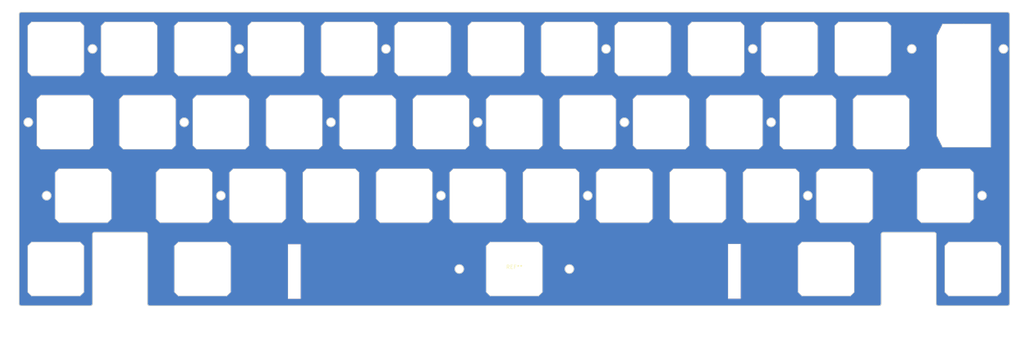
<source format=kicad_pcb>
(kicad_pcb (version 20221018) (generator pcbnew)
  (layers (0 "F.Cu" signal) (31 "B.Cu" signal) (34 "B.Paste" user) (35 "F.Paste" user) (36 "B.SilkS" user "B.Silkscreen") (37 "F.SilkS" user "F.Silkscreen") (38 "B.Mask" user) (39 "F.Mask" user) (44 "Edge.Cuts" user))
  (net 0 "")
  (net 1 "GND")
  (footprint "cipulot_parts:ecs_plate_cut_1U" (layer "F.Cu") (at 26.9875 91.28125)
    (fp_text reference "REF**")
    (fp_text value "Value " hide)
    (fp_line (start -7.3 -6) (end -7.3 6) (stroke (width 0.12)) (layer "Edge.Cuts"))
    (fp_line (start -7.3 6) (end -6.3 7) (stroke (width 0.12)) (layer "Edge.Cuts"))
    (fp_line (start -6.3 -7) (end -7.3 -6) (stroke (width 0.12)) (layer "Edge.Cuts"))
    (fp_line (start -6.3 7) (end 6.3 7) (stroke (width 0.12)) (layer "Edge.Cuts"))
    (fp_line (start 6.3 -7) (end -6.3 -7) (stroke (width 0.12)) (layer "Edge.Cuts"))
    (fp_line (start 6.3 -7) (end 7.3 -6) (stroke (width 0.12)) (layer "Edge.Cuts"))
    (fp_line (start 6.3 7) (end 7.3 6) (stroke (width 0.12)) (layer "Edge.Cuts"))
    (fp_line (start 7.3 6) (end 7.3 -6) (stroke (width 0.12)) (layer "Edge.Cuts"))
  )
  (footprint "cipulot_parts:ecs_plate_cut_1U" (layer "F.Cu") (at 136.525 72.23125)
    (fp_text reference "REF**")
    (fp_text value "Value " hide)
    (fp_line (start -7.3 -6) (end -7.3 6) (stroke (width 0.12)) (layer "Edge.Cuts"))
    (fp_line (start -7.3 6) (end -6.3 7) (stroke (width 0.12)) (layer "Edge.Cuts"))
    (fp_line (start -6.3 -7) (end -7.3 -6) (stroke (width 0.12)) (layer "Edge.Cuts"))
    (fp_line (start -6.3 7) (end 6.3 7) (stroke (width 0.12)) (layer "Edge.Cuts"))
    (fp_line (start 6.3 -7) (end -6.3 -7) (stroke (width 0.12)) (layer "Edge.Cuts"))
    (fp_line (start 6.3 -7) (end 7.3 -6) (stroke (width 0.12)) (layer "Edge.Cuts"))
    (fp_line (start 6.3 7) (end 7.3 6) (stroke (width 0.12)) (layer "Edge.Cuts"))
    (fp_line (start 7.3 6) (end 7.3 -6) (stroke (width 0.12)) (layer "Edge.Cuts"))
  )
  (footprint "cipulot_parts:ecs_plate_cut_1U" (layer "F.Cu") (at 146.05 53.18125)
    (fp_text reference "REF**")
    (fp_text value "Value " hide)
    (fp_line (start -7.3 -6) (end -7.3 6) (stroke (width 0.12)) (layer "Edge.Cuts"))
    (fp_line (start -7.3 6) (end -6.3 7) (stroke (width 0.12)) (layer "Edge.Cuts"))
    (fp_line (start -6.3 -7) (end -7.3 -6) (stroke (width 0.12)) (layer "Edge.Cuts"))
    (fp_line (start -6.3 7) (end 6.3 7) (stroke (width 0.12)) (layer "Edge.Cuts"))
    (fp_line (start 6.3 -7) (end -6.3 -7) (stroke (width 0.12)) (layer "Edge.Cuts"))
    (fp_line (start 6.3 -7) (end 7.3 -6) (stroke (width 0.12)) (layer "Edge.Cuts"))
    (fp_line (start 6.3 7) (end 7.3 6) (stroke (width 0.12)) (layer "Edge.Cuts"))
    (fp_line (start 7.3 6) (end 7.3 -6) (stroke (width 0.12)) (layer "Edge.Cuts"))
  )
  (footprint "cipulot_parts:ecs_plate_cut_1U" (layer "F.Cu") (at 46.0375 34.13125)
    (fp_text reference "REF**")
    (fp_text value "Value " hide)
    (fp_line (start -7.3 -6) (end -7.3 6) (stroke (width 0.12)) (layer "Edge.Cuts"))
    (fp_line (start -7.3 6) (end -6.3 7) (stroke (width 0.12)) (layer "Edge.Cuts"))
    (fp_line (start -6.3 -7) (end -7.3 -6) (stroke (width 0.12)) (layer "Edge.Cuts"))
    (fp_line (start -6.3 7) (end 6.3 7) (stroke (width 0.12)) (layer "Edge.Cuts"))
    (fp_line (start 6.3 -7) (end -6.3 -7) (stroke (width 0.12)) (layer "Edge.Cuts"))
    (fp_line (start 6.3 -7) (end 7.3 -6) (stroke (width 0.12)) (layer "Edge.Cuts"))
    (fp_line (start 6.3 7) (end 7.3 6) (stroke (width 0.12)) (layer "Edge.Cuts"))
    (fp_line (start 7.3 6) (end 7.3 -6) (stroke (width 0.12)) (layer "Edge.Cuts"))
  )
  (footprint "cipulot_parts:ecs_plate_cut_1U" (layer "F.Cu") (at 146.05 91.28125)
    (fp_text reference "REF**")
    (fp_text value "Value " hide)
    (fp_line (start -7.3 -6) (end -7.3 6) (stroke (width 0.12)) (layer "Edge.Cuts"))
    (fp_line (start -7.3 6) (end -6.3 7) (stroke (width 0.12)) (layer "Edge.Cuts"))
    (fp_line (start -6.3 -7) (end -7.3 -6) (stroke (width 0.12)) (layer "Edge.Cuts"))
    (fp_line (start -6.3 7) (end 6.3 7) (stroke (width 0.12)) (layer "Edge.Cuts"))
    (fp_line (start 6.3 -7) (end -6.3 -7) (stroke (width 0.12)) (layer "Edge.Cuts"))
    (fp_line (start 6.3 -7) (end 7.3 -6) (stroke (width 0.12)) (layer "Edge.Cuts"))
    (fp_line (start 6.3 7) (end 7.3 6) (stroke (width 0.12)) (layer "Edge.Cuts"))
    (fp_line (start 7.3 6) (end 7.3 -6) (stroke (width 0.12)) (layer "Edge.Cuts"))
  )
  (footprint "cipulot_parts:ecs_plate_cut_1U" (layer "F.Cu") (at 79.375 72.23125)
    (fp_text reference "REF**")
    (fp_text value "Value " hide)
    (fp_line (start -7.3 -6) (end -7.3 6) (stroke (width 0.12)) (layer "Edge.Cuts"))
    (fp_line (start -7.3 6) (end -6.3 7) (stroke (width 0.12)) (layer "Edge.Cuts"))
    (fp_line (start -6.3 -7) (end -7.3 -6) (stroke (width 0.12)) (layer "Edge.Cuts"))
    (fp_line (start -6.3 7) (end 6.3 7) (stroke (width 0.12)) (layer "Edge.Cuts"))
    (fp_line (start 6.3 -7) (end -6.3 -7) (stroke (width 0.12)) (layer "Edge.Cuts"))
    (fp_line (start 6.3 -7) (end 7.3 -6) (stroke (width 0.12)) (layer "Edge.Cuts"))
    (fp_line (start 6.3 7) (end 7.3 6) (stroke (width 0.12)) (layer "Edge.Cuts"))
    (fp_line (start 7.3 6) (end 7.3 -6) (stroke (width 0.12)) (layer "Edge.Cuts"))
  )
  (footprint "cipulot_parts:ecs_plate_cut_1U" (layer "F.Cu") (at 88.9 53.18125)
    (fp_text reference "REF**")
    (fp_text value "Value " hide)
    (fp_line (start -7.3 -6) (end -7.3 6) (stroke (width 0.12)) (layer "Edge.Cuts"))
    (fp_line (start -7.3 6) (end -6.3 7) (stroke (width 0.12)) (layer "Edge.Cuts"))
    (fp_line (start -6.3 -7) (end -7.3 -6) (stroke (width 0.12)) (layer "Edge.Cuts"))
    (fp_line (start -6.3 7) (end 6.3 7) (stroke (width 0.12)) (layer "Edge.Cuts"))
    (fp_line (start 6.3 -7) (end -6.3 -7) (stroke (width 0.12)) (layer "Edge.Cuts"))
    (fp_line (start 6.3 -7) (end 7.3 -6) (stroke (width 0.12)) (layer "Edge.Cuts"))
    (fp_line (start 6.3 7) (end 7.3 6) (stroke (width 0.12)) (layer "Edge.Cuts"))
    (fp_line (start 7.3 6) (end 7.3 -6) (stroke (width 0.12)) (layer "Edge.Cuts"))
  )
  (footprint "cipulot_parts:ecs_plate_cut_1U" (layer "F.Cu") (at 127 53.18125)
    (fp_text reference "REF**")
    (fp_text value "Value " hide)
    (fp_line (start -7.3 -6) (end -7.3 6) (stroke (width 0.12)) (layer "Edge.Cuts"))
    (fp_line (start -7.3 6) (end -6.3 7) (stroke (width 0.12)) (layer "Edge.Cuts"))
    (fp_line (start -6.3 -7) (end -7.3 -6) (stroke (width 0.12)) (layer "Edge.Cuts"))
    (fp_line (start -6.3 7) (end 6.3 7) (stroke (width 0.12)) (layer "Edge.Cuts"))
    (fp_line (start 6.3 -7) (end -6.3 -7) (stroke (width 0.12)) (layer "Edge.Cuts"))
    (fp_line (start 6.3 -7) (end 7.3 -6) (stroke (width 0.12)) (layer "Edge.Cuts"))
    (fp_line (start 6.3 7) (end 7.3 6) (stroke (width 0.12)) (layer "Edge.Cuts"))
    (fp_line (start 7.3 6) (end 7.3 -6) (stroke (width 0.12)) (layer "Edge.Cuts"))
  )
  (footprint "cipulot_parts:ecs_plate_cut_1U" (layer "F.Cu") (at 198.4375 34.13125)
    (fp_text reference "REF**")
    (fp_text value "Value " hide)
    (fp_line (start -7.3 -6) (end -7.3 6) (stroke (width 0.12)) (layer "Edge.Cuts"))
    (fp_line (start -7.3 6) (end -6.3 7) (stroke (width 0.12)) (layer "Edge.Cuts"))
    (fp_line (start -6.3 -7) (end -7.3 -6) (stroke (width 0.12)) (layer "Edge.Cuts"))
    (fp_line (start -6.3 7) (end 6.3 7) (stroke (width 0.12)) (layer "Edge.Cuts"))
    (fp_line (start 6.3 -7) (end -6.3 -7) (stroke (width 0.12)) (layer "Edge.Cuts"))
    (fp_line (start 6.3 -7) (end 7.3 -6) (stroke (width 0.12)) (layer "Edge.Cuts"))
    (fp_line (start 6.3 7) (end 7.3 6) (stroke (width 0.12)) (layer "Edge.Cuts"))
    (fp_line (start 7.3 6) (end 7.3 -6) (stroke (width 0.12)) (layer "Edge.Cuts"))
  )
  (footprint "cipulot_parts:ecs_plate_cut_1U" (layer "F.Cu") (at 203.2 53.18125)
    (fp_text reference "REF**")
    (fp_text value "Value " hide)
    (fp_line (start -7.3 -6) (end -7.3 6) (stroke (width 0.12)) (layer "Edge.Cuts"))
    (fp_line (start -7.3 6) (end -6.3 7) (stroke (width 0.12)) (layer "Edge.Cuts"))
    (fp_line (start -6.3 -7) (end -7.3 -6) (stroke (width 0.12)) (layer "Edge.Cuts"))
    (fp_line (start -6.3 7) (end 6.3 7) (stroke (width 0.12)) (layer "Edge.Cuts"))
    (fp_line (start 6.3 -7) (end -6.3 -7) (stroke (width 0.12)) (layer "Edge.Cuts"))
    (fp_line (start 6.3 -7) (end 7.3 -6) (stroke (width 0.12)) (layer "Edge.Cuts"))
    (fp_line (start 6.3 7) (end 7.3 6) (stroke (width 0.12)) (layer "Edge.Cuts"))
    (fp_line (start 7.3 6) (end 7.3 -6) (stroke (width 0.12)) (layer "Edge.Cuts"))
  )
  (footprint "cipulot_parts:ecs_plate_cut_1U" (layer "F.Cu") (at 165.1 53.18125)
    (fp_text reference "REF**")
    (fp_text value "Value " hide)
    (fp_line (start -7.3 -6) (end -7.3 6) (stroke (width 0.12)) (layer "Edge.Cuts"))
    (fp_line (start -7.3 6) (end -6.3 7) (stroke (width 0.12)) (layer "Edge.Cuts"))
    (fp_line (start -6.3 -7) (end -7.3 -6) (stroke (width 0.12)) (layer "Edge.Cuts"))
    (fp_line (start -6.3 7) (end 6.3 7) (stroke (width 0.12)) (layer "Edge.Cuts"))
    (fp_line (start 6.3 -7) (end -6.3 -7) (stroke (width 0.12)) (layer "Edge.Cuts"))
    (fp_line (start 6.3 -7) (end 7.3 -6) (stroke (width 0.12)) (layer "Edge.Cuts"))
    (fp_line (start 6.3 7) (end 7.3 6) (stroke (width 0.12)) (layer "Edge.Cuts"))
    (fp_line (start 7.3 6) (end 7.3 -6) (stroke (width 0.12)) (layer "Edge.Cuts"))
  )
  (footprint "cipulot_parts:ecs_plate_cut_1U" (layer "F.Cu") (at 217.4875 34.13125)
    (fp_text reference "REF**")
    (fp_text value "Value " hide)
    (fp_line (start -7.3 -6) (end -7.3 6) (stroke (width 0.12)) (layer "Edge.Cuts"))
    (fp_line (start -7.3 6) (end -6.3 7) (stroke (width 0.12)) (layer "Edge.Cuts"))
    (fp_line (start -6.3 -7) (end -7.3 -6) (stroke (width 0.12)) (layer "Edge.Cuts"))
    (fp_line (start -6.3 7) (end 6.3 7) (stroke (width 0.12)) (layer "Edge.Cuts"))
    (fp_line (start 6.3 -7) (end -6.3 -7) (stroke (width 0.12)) (layer "Edge.Cuts"))
    (fp_line (start 6.3 -7) (end 7.3 -6) (stroke (width 0.12)) (layer "Edge.Cuts"))
    (fp_line (start 6.3 7) (end 7.3 6) (stroke (width 0.12)) (layer "Edge.Cuts"))
    (fp_line (start 7.3 6) (end 7.3 -6) (stroke (width 0.12)) (layer "Edge.Cuts"))
  )
  (footprint "cipulot_parts:ecs_plate_cut_1U" (layer "F.Cu") (at 117.475 72.23125)
    (fp_text reference "REF**")
    (fp_text value "Value " hide)
    (fp_line (start -7.3 -6) (end -7.3 6) (stroke (width 0.12)) (layer "Edge.Cuts"))
    (fp_line (start -7.3 6) (end -6.3 7) (stroke (width 0.12)) (layer "Edge.Cuts"))
    (fp_line (start -6.3 -7) (end -7.3 -6) (stroke (width 0.12)) (layer "Edge.Cuts"))
    (fp_line (start -6.3 7) (end 6.3 7) (stroke (width 0.12)) (layer "Edge.Cuts"))
    (fp_line (start 6.3 -7) (end -6.3 -7) (stroke (width 0.12)) (layer "Edge.Cuts"))
    (fp_line (start 6.3 -7) (end 7.3 -6) (stroke (width 0.12)) (layer "Edge.Cuts"))
    (fp_line (start 6.3 7) (end 7.3 6) (stroke (width 0.12)) (layer "Edge.Cuts"))
    (fp_line (start 7.3 6) (end 7.3 -6) (stroke (width 0.12)) (layer "Edge.Cuts"))
  )
  (footprint "cipulot_parts:ecs_plate_cut_1U" (layer "F.Cu") (at 84.137501 34.13125)
    (fp_text reference "REF**")
    (fp_text value "Value " hide)
    (fp_line (start -7.3 -6) (end -7.3 6) (stroke (width 0.12)) (layer "Edge.Cuts"))
    (fp_line (start -7.3 6) (end -6.3 7) (stroke (width 0.12)) (layer "Edge.Cuts"))
    (fp_line (start -6.3 -7) (end -7.3 -6) (stroke (width 0.12)) (layer "Edge.Cuts"))
    (fp_line (start -6.3 7) (end 6.3 7) (stroke (width 0.12)) (layer "Edge.Cuts"))
    (fp_line (start 6.3 -7) (end -6.3 -7) (stroke (width 0.12)) (layer "Edge.Cuts"))
    (fp_line (start 6.3 -7) (end 7.3 -6) (stroke (width 0.12)) (layer "Edge.Cuts"))
    (fp_line (start 6.3 7) (end 7.3 6) (stroke (width 0.12)) (layer "Edge.Cuts"))
    (fp_line (start 7.3 6) (end 7.3 -6) (stroke (width 0.12)) (layer "Edge.Cuts"))
  )
  (footprint "cipulot_parts:ecs_plate_cut_1U" (layer "F.Cu") (at 34.13125 72.23125)
    (fp_text reference "REF**")
    (fp_text value "Value " hide)
    (fp_line (start -7.3 -6) (end -7.3 6) (stroke (width 0.12)) (layer "Edge.Cuts"))
    (fp_line (start -7.3 6) (end -6.3 7) (stroke (width 0.12)) (layer "Edge.Cuts"))
    (fp_line (start -6.3 -7) (end -7.3 -6) (stroke (width 0.12)) (layer "Edge.Cuts"))
    (fp_line (start -6.3 7) (end 6.3 7) (stroke (width 0.12)) (layer "Edge.Cuts"))
    (fp_line (start 6.3 -7) (end -6.3 -7) (stroke (width 0.12)) (layer "Edge.Cuts"))
    (fp_line (start 6.3 -7) (end 7.3 -6) (stroke (width 0.12)) (layer "Edge.Cuts"))
    (fp_line (start 6.3 7) (end 7.3 6) (stroke (width 0.12)) (layer "Edge.Cuts"))
    (fp_line (start 7.3 6) (end 7.3 -6) (stroke (width 0.12)) (layer "Edge.Cuts"))
  )
  (footprint "cipulot_parts:ecs_plate_cut_1U" (layer "F.Cu") (at 155.575 72.23125)
    (fp_text reference "REF**")
    (fp_text value "Value " hide)
    (fp_line (start -7.3 -6) (end -7.3 6) (stroke (width 0.12)) (layer "Edge.Cuts"))
    (fp_line (start -7.3 6) (end -6.3 7) (stroke (width 0.12)) (layer "Edge.Cuts"))
    (fp_line (start -6.3 -7) (end -7.3 -6) (stroke (width 0.12)) (layer "Edge.Cuts"))
    (fp_line (start -6.3 7) (end 6.3 7) (stroke (width 0.12)) (layer "Edge.Cuts"))
    (fp_line (start 6.3 -7) (end -6.3 -7) (stroke (width 0.12)) (layer "Edge.Cuts"))
    (fp_line (start 6.3 -7) (end 7.3 -6) (stroke (width 0.12)) (layer "Edge.Cuts"))
    (fp_line (start 6.3 7) (end 7.3 6) (stroke (width 0.12)) (layer "Edge.Cuts"))
    (fp_line (start 7.3 6) (end 7.3 -6) (stroke (width 0.12)) (layer "Edge.Cuts"))
  )
  (footprint "cipulot_parts:ecs_plate_cut_1U" (layer "F.Cu") (at 60.325 72.23125)
    (fp_text reference "REF**")
    (fp_text value "Value " hide)
    (fp_line (start -7.3 -6) (end -7.3 6) (stroke (width 0.12)) (layer "Edge.Cuts"))
    (fp_line (start -7.3 6) (end -6.3 7) (stroke (width 0.12)) (layer "Edge.Cuts"))
    (fp_line (start -6.3 -7) (end -7.3 -6) (stroke (width 0.12)) (layer "Edge.Cuts"))
    (fp_line (start -6.3 7) (end 6.3 7) (stroke (width 0.12)) (layer "Edge.Cuts"))
    (fp_line (start 6.3 -7) (end -6.3 -7) (stroke (width 0.12)) (layer "Edge.Cuts"))
    (fp_line (start 6.3 -7) (end 7.3 -6) (stroke (width 0.12)) (layer "Edge.Cuts"))
    (fp_line (start 6.3 7) (end 7.3 6) (stroke (width 0.12)) (layer "Edge.Cuts"))
    (fp_line (start 7.3 6) (end 7.3 -6) (stroke (width 0.12)) (layer "Edge.Cuts"))
  )
  (footprint "cipulot_parts:ecs_plate_cut_1U" (layer "F.Cu") (at 50.8 53.18125)
    (fp_text reference "REF**")
    (fp_text value "Value " hide)
    (fp_line (start -7.3 -6) (end -7.3 6) (stroke (width 0.12)) (layer "Edge.Cuts"))
    (fp_line (start -7.3 6) (end -6.3 7) (stroke (width 0.12)) (layer "Edge.Cuts"))
    (fp_line (start -6.3 -7) (end -7.3 -6) (stroke (width 0.12)) (layer "Edge.Cuts"))
    (fp_line (start -6.3 7) (end 6.3 7) (stroke (width 0.12)) (layer "Edge.Cuts"))
    (fp_line (start 6.3 -7) (end -6.3 -7) (stroke (width 0.12)) (layer "Edge.Cuts"))
    (fp_line (start 6.3 -7) (end 7.3 -6) (stroke (width 0.12)) (layer "Edge.Cuts"))
    (fp_line (start 6.3 7) (end 7.3 6) (stroke (width 0.12)) (layer "Edge.Cuts"))
    (fp_line (start 7.3 6) (end 7.3 -6) (stroke (width 0.12)) (layer "Edge.Cuts"))
  )
  (footprint "cipulot_parts:ecs_plate_cut_1U" (layer "F.Cu") (at 107.95 53.18125)
    (fp_text reference "REF**")
    (fp_text value "Value " hide)
    (fp_line (start -7.3 -6) (end -7.3 6) (stroke (width 0.12)) (layer "Edge.Cuts"))
    (fp_line (start -7.3 6) (end -6.3 7) (stroke (width 0.12)) (layer "Edge.Cuts"))
    (fp_line (start -6.3 -7) (end -7.3 -6) (stroke (width 0.12)) (layer "Edge.Cuts"))
    (fp_line (start -6.3 7) (end 6.3 7) (stroke (width 0.12)) (layer "Edge.Cuts"))
    (fp_line (start 6.3 -7) (end -6.3 -7) (stroke (width 0.12)) (layer "Edge.Cuts"))
    (fp_line (start 6.3 -7) (end 7.3 -6) (stroke (width 0.12)) (layer "Edge.Cuts"))
    (fp_line (start 6.3 7) (end 7.3 6) (stroke (width 0.12)) (layer "Edge.Cuts"))
    (fp_line (start 7.3 6) (end 7.3 -6) (stroke (width 0.12)) (layer "Edge.Cuts"))
  )
  (footprint "cipulot_parts:ecs_plate_cut_1U" (layer "F.Cu") (at 65.0875 34.13125)
    (fp_text reference "REF**")
    (fp_text value "Value " hide)
    (fp_line (start -7.3 -6) (end -7.3 6) (stroke (width 0.12)) (layer "Edge.Cuts"))
    (fp_line (start -7.3 6) (end -6.3 7) (stroke (width 0.12)) (layer "Edge.Cuts"))
    (fp_line (start -6.3 -7) (end -7.3 -6) (stroke (width 0.12)) (layer "Edge.Cuts"))
    (fp_line (start -6.3 7) (end 6.3 7) (stroke (width 0.12)) (layer "Edge.Cuts"))
    (fp_line (start 6.3 -7) (end -6.3 -7) (stroke (width 0.12)) (layer "Edge.Cuts"))
    (fp_line (start 6.3 -7) (end 7.3 -6) (stroke (width 0.12)) (layer "Edge.Cuts"))
    (fp_line (start 6.3 7) (end 7.3 6) (stroke (width 0.12)) (layer "Edge.Cuts"))
    (fp_line (start 7.3 6) (end 7.3 -6) (stroke (width 0.12)) (layer "Edge.Cuts"))
  )
  (footprint "cipulot_parts:ecs_plate_cut_1U" (layer "F.Cu") (at 141.2875 34.13125)
    (fp_text reference "REF**")
    (fp_text value "Value " hide)
    (fp_line (start -7.3 -6) (end -7.3 6) (stroke (width 0.12)) (layer "Edge.Cuts"))
    (fp_line (start -7.3 6) (end -6.3 7) (stroke (width 0.12)) (layer "Edge.Cuts"))
    (fp_line (start -6.3 -7) (end -7.3 -6) (stroke (width 0.12)) (layer "Edge.Cuts"))
    (fp_line (start -6.3 7) (end 6.3 7) (stroke (width 0.12)) (layer "Edge.Cuts"))
    (fp_line (start 6.3 -7) (end -6.3 -7) (stroke (width 0.12)) (layer "Edge.Cuts"))
    (fp_line (start 6.3 -7) (end 7.3 -6) (stroke (width 0.12)) (layer "Edge.Cuts"))
    (fp_line (start 6.3 7) (end 7.3 6) (stroke (width 0.12)) (layer "Edge.Cuts"))
    (fp_line (start 7.3 6) (end 7.3 -6) (stroke (width 0.12)) (layer "Edge.Cuts"))
  )
  (footprint "cipulot_parts:ecs_plate_cut_1U" (layer "F.Cu") (at 29.36875 53.18125)
    (fp_text reference "REF**")
    (fp_text value "Value " hide)
    (fp_line (start -7.3 -6) (end -7.3 6) (stroke (width 0.12)) (layer "Edge.Cuts"))
    (fp_line (start -7.3 6) (end -6.3 7) (stroke (width 0.12)) (layer "Edge.Cuts"))
    (fp_line (start -6.3 -7) (end -7.3 -6) (stroke (width 0.12)) (layer "Edge.Cuts"))
    (fp_line (start -6.3 7) (end 6.3 7) (stroke (width 0.12)) (layer "Edge.Cuts"))
    (fp_line (start 6.3 -7) (end -6.3 -7) (stroke (width 0.12)) (layer "Edge.Cuts"))
    (fp_line (start 6.3 -7) (end 7.3 -6) (stroke (width 0.12)) (layer "Edge.Cuts"))
    (fp_line (start 6.3 7) (end 7.3 6) (stroke (width 0.12)) (layer "Edge.Cuts"))
    (fp_line (start 7.3 6) (end 7.3 -6) (stroke (width 0.12)) (layer "Edge.Cuts"))
  )
  (footprint "cipulot_parts:ecs_plate_cut_1U" (layer "F.Cu") (at 160.3375 34.13125)
    (fp_text reference "REF**")
    (fp_text value "Value " hide)
    (fp_line (start -7.3 -6) (end -7.3 6) (stroke (width 0.12)) (layer "Edge.Cuts"))
    (fp_line (start -7.3 6) (end -6.3 7) (stroke (width 0.12)) (layer "Edge.Cuts"))
    (fp_line (start -6.3 -7) (end -7.3 -6) (stroke (width 0.12)) (layer "Edge.Cuts"))
    (fp_line (start -6.3 7) (end 6.3 7) (stroke (width 0.12)) (layer "Edge.Cuts"))
    (fp_line (start 6.3 -7) (end -6.3 -7) (stroke (width 0.12)) (layer "Edge.Cuts"))
    (fp_line (start 6.3 -7) (end 7.3 -6) (stroke (width 0.12)) (layer "Edge.Cuts"))
    (fp_line (start 6.3 7) (end 7.3 6) (stroke (width 0.12)) (layer "Edge.Cuts"))
    (fp_line (start 7.3 6) (end 7.3 -6) (stroke (width 0.12)) (layer "Edge.Cuts"))
  )
  (footprint "cipulot_parts:ecs_plate_cut_1U" (layer "F.Cu") (at 122.2375 34.13125)
    (fp_text reference "REF**")
    (fp_text value "Value " hide)
    (fp_line (start -7.3 -6) (end -7.3 6) (stroke (width 0.12)) (layer "Edge.Cuts"))
    (fp_line (start -7.3 6) (end -6.3 7) (stroke (width 0.12)) (layer "Edge.Cuts"))
    (fp_line (start -6.3 -7) (end -7.3 -6) (stroke (width 0.12)) (layer "Edge.Cuts"))
    (fp_line (start -6.3 7) (end 6.3 7) (stroke (width 0.12)) (layer "Edge.Cuts"))
    (fp_line (start 6.3 -7) (end -6.3 -7) (stroke (width 0.12)) (layer "Edge.Cuts"))
    (fp_line (start 6.3 -7) (end 7.3 -6) (stroke (width 0.12)) (layer "Edge.Cuts"))
    (fp_line (start 6.3 7) (end 7.3 6) (stroke (width 0.12)) (layer "Edge.Cuts"))
    (fp_line (start 7.3 6) (end 7.3 -6) (stroke (width 0.12)) (layer "Edge.Cuts"))
  )
  (footprint "cipulot_parts:ecs_plate_cut_1U" (layer "F.Cu") (at 212.725 72.23125)
    (fp_text reference "REF**")
    (fp_text value "Value " hide)
    (fp_line (start -7.3 -6) (end -7.3 6) (stroke (width 0.12)) (layer "Edge.Cuts"))
    (fp_line (start -7.3 6) (end -6.3 7) (stroke (width 0.12)) (layer "Edge.Cuts"))
    (fp_line (start -6.3 -7) (end -7.3 -6) (stroke (width 0.12)) (layer "Edge.Cuts"))
    (fp_line (start -6.3 7) (end 6.3 7) (stroke (width 0.12)) (layer "Edge.Cuts"))
    (fp_line (start 6.3 -7) (end -6.3 -7) (stroke (width 0.12)) (layer "Edge.Cuts"))
    (fp_line (start 6.3 -7) (end 7.3 -6) (stroke (width 0.12)) (layer "Edge.Cuts"))
    (fp_line (start 6.3 7) (end 7.3 6) (stroke (width 0.12)) (layer "Edge.Cuts"))
    (fp_line (start 7.3 6) (end 7.3 -6) (stroke (width 0.12)) (layer "Edge.Cuts"))
  )
  (footprint "cipulot_parts:ecs_plate_cut_1U" (layer "F.Cu") (at 257.96875 72.23125)
    (fp_text reference "REF**")
    (fp_text value "Value " hide)
    (fp_line (start -7.3 -6) (end -7.3 6) (stroke (width 0.12)) (layer "Edge.Cuts"))
    (fp_line (start -7.3 6) (end -6.3 7) (stroke (width 0.12)) (layer "Edge.Cuts"))
    (fp_line (start -6.3 -7) (end -7.3 -6) (stroke (width 0.12)) (layer "Edge.Cuts"))
    (fp_line (start -6.3 7) (end 6.3 7) (stroke (width 0.12)) (layer "Edge.Cuts"))
    (fp_line (start 6.3 -7) (end -6.3 -7) (stroke (width 0.12)) (layer "Edge.Cuts"))
    (fp_line (start 6.3 -7) (end 7.3 -6) (stroke (width 0.12)) (layer "Edge.Cuts"))
    (fp_line (start 6.3 7) (end 7.3 6) (stroke (width 0.12)) (layer "Edge.Cuts"))
    (fp_line (start 7.3 6) (end 7.3 -6) (stroke (width 0.12)) (layer "Edge.Cuts"))
  )
  (footprint "cipulot_parts:ecs_plate_cut_1U" (layer "F.Cu") (at 69.85 53.18125)
    (fp_text reference "REF**")
    (fp_text value "Value " hide)
    (fp_line (start -7.3 -6) (end -7.3 6) (stroke (width 0.12)) (layer "Edge.Cuts"))
    (fp_line (start -7.3 6) (end -6.3 7) (stroke (width 0.12)) (layer "Edge.Cuts"))
    (fp_line (start -6.3 -7) (end -7.3 -6) (stroke (width 0.12)) (layer "Edge.Cuts"))
    (fp_line (start -6.3 7) (end 6.3 7) (stroke (width 0.12)) (layer "Edge.Cuts"))
    (fp_line (start 6.3 -7) (end -6.3 -7) (stroke (width 0.12)) (layer "Edge.Cuts"))
    (fp_line (start 6.3 -7) (end 7.3 -6) (stroke (width 0.12)) (layer "Edge.Cuts"))
    (fp_line (start 6.3 7) (end 7.3 6) (stroke (width 0.12)) (layer "Edge.Cuts"))
    (fp_line (start 7.3 6) (end 7.3 -6) (stroke (width 0.12)) (layer "Edge.Cuts"))
  )
  (footprint "cipulot_parts:ecs_plate_cut_1U" (layer "F.Cu") (at 227.0125 91.28125)
    (fp_text reference "REF**")
    (fp_text value "Value " hide)
    (fp_line (start -7.3 -6) (end -7.3 6) (stroke (width 0.12)) (layer "Edge.Cuts"))
    (fp_line (start -7.3 6) (end -6.3 7) (stroke (width 0.12)) (layer "Edge.Cuts"))
    (fp_line (start -6.3 -7) (end -7.3 -6) (stroke (width 0.12)) (layer "Edge.Cuts"))
    (fp_line (start -6.3 7) (end 6.3 7) (stroke (width 0.12)) (layer "Edge.Cuts"))
    (fp_line (start 6.3 -7) (end -6.3 -7) (stroke (width 0.12)) (layer "Edge.Cuts"))
    (fp_line (start 6.3 -7) (end 7.3 -6) (stroke (width 0.12)) (layer "Edge.Cuts"))
    (fp_line (start 6.3 7) (end 7.3 6) (stroke (width 0.12)) (layer "Edge.Cuts"))
    (fp_line (start 7.3 6) (end 7.3 -6) (stroke (width 0.12)) (layer "Edge.Cuts"))
  )
  (footprint "cipulot_parts:ecs_plate_cut_1U" (layer "F.Cu") (at 231.775 72.23125)
    (fp_text reference "REF**")
    (fp_text value "Value " hide)
    (fp_line (start -7.3 -6) (end -7.3 6) (stroke (width 0.12)) (layer "Edge.Cuts"))
    (fp_line (start -7.3 6) (end -6.3 7) (stroke (width 0.12)) (layer "Edge.Cuts"))
    (fp_line (start -6.3 -7) (end -7.3 -6) (stroke (width 0.12)) (layer "Edge.Cuts"))
    (fp_line (start -6.3 7) (end 6.3 7) (stroke (width 0.12)) (layer "Edge.Cuts"))
    (fp_line (start 6.3 -7) (end -6.3 -7) (stroke (width 0.12)) (layer "Edge.Cuts"))
    (fp_line (start 6.3 -7) (end 7.3 -6) (stroke (width 0.12)) (layer "Edge.Cuts"))
    (fp_line (start 6.3 7) (end 7.3 6) (stroke (width 0.12)) (layer "Edge.Cuts"))
    (fp_line (start 7.3 6) (end 7.3 -6) (stroke (width 0.12)) (layer "Edge.Cuts"))
  )
  (footprint "cipulot_parts:ecs_plate_cut_1U" (layer "F.Cu") (at 174.625 72.23125)
    (fp_text reference "REF**")
    (fp_text value "Value " hide)
    (fp_line (start -7.3 -6) (end -7.3 6) (stroke (width 0.12)) (layer "Edge.Cuts"))
    (fp_line (start -7.3 6) (end -6.3 7) (stroke (width 0.12)) (layer "Edge.Cuts"))
    (fp_line (start -6.3 -7) (end -7.3 -6) (stroke (width 0.12)) (layer "Edge.Cuts"))
    (fp_line (start -6.3 7) (end 6.3 7) (stroke (width 0.12)) (layer "Edge.Cuts"))
    (fp_line (start 6.3 -7) (end -6.3 -7) (stroke (width 0.12)) (layer "Edge.Cuts"))
    (fp_line (start 6.3 -7) (end 7.3 -6) (stroke (width 0.12)) (layer "Edge.Cuts"))
    (fp_line (start 6.3 7) (end 7.3 6) (stroke (width 0.12)) (layer "Edge.Cuts"))
    (fp_line (start 7.3 6) (end 7.3 -6) (stroke (width 0.12)) (layer "Edge.Cuts"))
  )
  (footprint "cipulot_parts:ecs_plate_cut_1U" (layer "F.Cu") (at 98.425 72.23125)
    (fp_text reference "REF**")
    (fp_text value "Value " hide)
    (fp_line (start -7.3 -6) (end -7.3 6) (stroke (width 0.12)) (layer "Edge.Cuts"))
    (fp_line (start -7.3 6) (end -6.3 7) (stroke (width 0.12)) (layer "Edge.Cuts"))
    (fp_line (start -6.3 -7) (end -7.3 -6) (stroke (width 0.12)) (layer "Edge.Cuts"))
    (fp_line (start -6.3 7) (end 6.3 7) (stroke (width 0.12)) (layer "Edge.Cuts"))
    (fp_line (start 6.3 -7) (end -6.3 -7) (stroke (width 0.12)) (layer "Edge.Cuts"))
    (fp_line (start 6.3 -7) (end 7.3 -6) (stroke (width 0.12)) (layer "Edge.Cuts"))
    (fp_line (start 6.3 7) (end 7.3 6) (stroke (width 0.12)) (layer "Edge.Cuts"))
    (fp_line (start 7.3 6) (end 7.3 -6) (stroke (width 0.12)) (layer "Edge.Cuts"))
  )
  (footprint "cipulot_parts:ecs_plate_cut_1U" (layer "F.Cu") (at 222.25 53.18125)
    (fp_text reference "REF**")
    (fp_text value "Value " hide)
    (fp_line (start -7.3 -6) (end -7.3 6) (stroke (width 0.12)) (layer "Edge.Cuts"))
    (fp_line (start -7.3 6) (end -6.3 7) (stroke (width 0.12)) (layer "Edge.Cuts"))
    (fp_line (start -6.3 -7) (end -7.3 -6) (stroke (width 0.12)) (layer "Edge.Cuts"))
    (fp_line (start -6.3 7) (end 6.3 7) (stroke (width 0.12)) (layer "Edge.Cuts"))
    (fp_line (start 6.3 -7) (end -6.3 -7) (stroke (width 0.12)) (layer "Edge.Cuts"))
    (fp_line (start 6.3 -7) (end 7.3 -6) (stroke (width 0.12)) (layer "Edge.Cuts"))
    (fp_line (start 6.3 7) (end 7.3 6) (stroke (width 0.12)) (layer "Edge.Cuts"))
    (fp_line (start 7.3 6) (end 7.3 -6) (stroke (width 0.12)) (layer "Edge.Cuts"))
  )
  (footprint "cipulot_parts:ecs_plate_cut_1U" (layer "F.Cu") (at 236.5375 34.13125)
    (fp_text reference "REF**")
    (fp_text value "Value " hide)
    (fp_line (start -7.3 -6) (end -7.3 6) (stroke (width 0.12)) (layer "Edge.Cuts"))
    (fp_line (start -7.3 6) (end -6.3 7) (stroke (width 0.12)) (layer "Edge.Cuts"))
    (fp_line (start -6.3 -7) (end -7.3 -6) (stroke (width 0.12)) (layer "Edge.Cuts"))
    (fp_line (start -6.3 7) (end 6.3 7) (stroke (width 0.12)) (layer "Edge.Cuts"))
    (fp_line (start 6.3 -7) (end -6.3 -7) (stroke (width 0.12)) (layer "Edge.Cuts"))
    (fp_line (start 6.3 -7) (end 7.3 -6) (stroke (width 0.12)) (layer "Edge.Cuts"))
    (fp_line (start 6.3 7) (end 7.3 6) (stroke (width 0.12)) (layer "Edge.Cuts"))
    (fp_line (start 7.3 6) (end 7.3 -6) (stroke (width 0.12)) (layer "Edge.Cuts"))
  )
  (footprint "cipulot_parts:ecs_plate_cut_1U" (layer "F.Cu") (at 193.675 72.23125)
    (fp_text reference "REF**")
    (fp_text value "Value " hide)
    (fp_line (start -7.3 -6) (end -7.3 6) (stroke (width 0.12)) (layer "Edge.Cuts"))
    (fp_line (start -7.3 6) (end -6.3 7) (stroke (width 0.12)) (layer "Edge.Cuts"))
    (fp_line (start -6.3 -7) (end -7.3 -6) (stroke (width 0.12)) (layer "Edge.Cuts"))
    (fp_line (start -6.3 7) (end 6.3 7) (stroke (width 0.12)) (layer "Edge.Cuts"))
    (fp_line (start 6.3 -7) (end -6.3 -7) (stroke (width 0.12)) (layer "Edge.Cuts"))
    (fp_line (start 6.3 -7) (end 7.3 -6) (stroke (width 0.12)) (layer "Edge.Cuts"))
    (fp_line (start 6.3 7) (end 7.3 6) (stroke (width 0.12)) (layer "Edge.Cuts"))
    (fp_line (start 7.3 6) (end 7.3 -6) (stroke (width 0.12)) (layer "Edge.Cuts"))
  )
  (footprint "cipulot_parts:ecs_plate_cut_1U" (layer "F.Cu") (at 103.1875 34.13125)
    (fp_text reference "REF**")
    (fp_text value "Value " hide)
    (fp_line (start -7.3 -6) (end -7.3 6) (stroke (width 0.12)) (layer "Edge.Cuts"))
    (fp_line (start -7.3 6) (end -6.3 7) (stroke (width 0.12)) (layer "Edge.Cuts"))
    (fp_line (start -6.3 -7) (end -7.3 -6) (stroke (width 0.12)) (layer "Edge.Cuts"))
    (fp_line (start -6.3 7) (end 6.3 7) (stroke (width 0.12)) (layer "Edge.Cuts"))
    (fp_line (start 6.3 -7) (end -6.3 -7) (stroke (width 0.12)) (layer "Edge.Cuts"))
    (fp_line (start 6.3 -7) (end 7.3 -6) (stroke (width 0.12)) (layer "Edge.Cuts"))
    (fp_line (start 6.3 7) (end 7.3 6) (stroke (width 0.12)) (layer "Edge.Cuts"))
    (fp_line (start 7.3 6) (end 7.3 -6) (stroke (width 0.12)) (layer "Edge.Cuts"))
  )
  (footprint "cipulot_parts:ecs_plate_cut_1U" (layer "F.Cu") (at 184.15 53.18125)
    (fp_text reference "REF**")
    (fp_text value "Value " hide)
    (fp_line (start -7.3 -6) (end -7.3 6) (stroke (width 0.12)) (layer "Edge.Cuts"))
    (fp_line (start -7.3 6) (end -6.3 7) (stroke (width 0.12)) (layer "Edge.Cuts"))
    (fp_line (start -6.3 -7) (end -7.3 -6) (stroke (width 0.12)) (layer "Edge.Cuts"))
    (fp_line (start -6.3 7) (end 6.3 7) (stroke (width 0.12)) (layer "Edge.Cuts"))
    (fp_line (start 6.3 -7) (end -6.3 -7) (stroke (width 0.12)) (layer "Edge.Cuts"))
    (fp_line (start 6.3 -7) (end 7.3 -6) (stroke (width 0.12)) (layer "Edge.Cuts"))
    (fp_line (start 6.3 7) (end 7.3 6) (stroke (width 0.12)) (layer "Edge.Cuts"))
    (fp_line (start 7.3 6) (end 7.3 -6) (stroke (width 0.12)) (layer "Edge.Cuts"))
  )
  (footprint "cipulot_parts:ecs_plate_cut_1U" (layer "F.Cu") (at 179.3875 34.13125)
    (fp_text reference "REF**")
    (fp_text value "Value " hide)
    (fp_line (start -7.3 -6) (end -7.3 6) (stroke (width 0.12)) (layer "Edge.Cuts"))
    (fp_line (start -7.3 6) (end -6.3 7) (stroke (width 0.12)) (layer "Edge.Cuts"))
    (fp_line (start -6.3 -7) (end -7.3 -6) (stroke (width 0.12)) (layer "Edge.Cuts"))
    (fp_line (start -6.3 7) (end 6.3 7) (stroke (width 0.12)) (layer "Edge.Cuts"))
    (fp_line (start 6.3 -7) (end -6.3 -7) (stroke (width 0.12)) (layer "Edge.Cuts"))
    (fp_line (start 6.3 -7) (end 7.3 -6) (stroke (width 0.12)) (layer "Edge.Cuts"))
    (fp_line (start 6.3 7) (end 7.3 6) (stroke (width 0.12)) (layer "Edge.Cuts"))
    (fp_line (start 7.3 6) (end 7.3 -6) (stroke (width 0.12)) (layer "Edge.Cuts"))
  )
  (footprint "cipulot_parts:ecs_plate_cut_1U" (layer "F.Cu") (at 265.1125 91.28125)
    (fp_text reference "REF**")
    (fp_text value "Value " hide)
    (fp_line (start -7.3 -6) (end -7.3 6) (stroke (width 0.12)) (layer "Edge.Cuts"))
    (fp_line (start -7.3 6) (end -6.3 7) (stroke (width 0.12)) (layer "Edge.Cuts"))
    (fp_line (start -6.3 -7) (end -7.3 -6) (stroke (width 0.12)) (layer "Edge.Cuts"))
    (fp_line (start -6.3 7) (end 6.3 7) (stroke (width 0.12)) (layer "Edge.Cuts"))
    (fp_line (start 6.3 -7) (end -6.3 -7) (stroke (width 0.12)) (layer "Edge.Cuts"))
    (fp_line (start 6.3 -7) (end 7.3 -6) (stroke (width 0.12)) (layer "Edge.Cuts"))
    (fp_line (start 6.3 7) (end 7.3 6) (stroke (width 0.12)) (layer "Edge.Cuts"))
    (fp_line (start 7.3 6) (end 7.3 -6) (stroke (width 0.12)) (layer "Edge.Cuts"))
  )
  (footprint "cipulot_parts:ecs_plate_cut_2U" (layer "F.Cu") (at 262.73125 43.65625 -90)
    (fp_text reference "REF**")
    (fp_text value "Value " hide)
    (fp_line (start -16 -7) (end 16 -7) (stroke (width 0.12)) (layer "Edge.Cuts"))
    (fp_line (start -16 0) (end -16 -7) (stroke (width 0.12)) (layer "Edge.Cuts"))
    (fp_line (start -16 0) (end -16 5.5) (stroke (width 0.12)) (layer "Edge.Cuts"))
    (fp_line (start -16 5.5) (end -13 7) (stroke (width 0.12)) (layer "Edge.Cuts"))
    (fp_line (start 13 7) (end -13 7) (stroke (width 0.12)) (layer "Edge.Cuts"))
    (fp_line (start 16 -7) (end 16 0) (stroke (width 0.12)) (layer "Edge.Cuts"))
    (fp_line (start 16 0) (end 16 5.5) (stroke (width 0.12)) (layer "Edge.Cuts"))
    (fp_line (start 16 5.5) (end 13 7) (stroke (width 0.12)) (layer "Edge.Cuts"))
  )
  (footprint "cipulot_parts:ecs_plate_cut_1U" (layer "F.Cu") (at 241.3 53.18125)
    (fp_text reference "REF**")
    (fp_text value "Value " hide)
    (fp_line (start -7.3 -6) (end -7.3 6) (stroke (width 0.12)) (layer "Edge.Cuts"))
    (fp_line (start -7.3 6) (end -6.3 7) (stroke (width 0.12)) (layer "Edge.Cuts"))
    (fp_line (start -6.3 -7) (end -7.3 -6) (stroke (width 0.12)) (layer "Edge.Cuts"))
    (fp_line (start -6.3 7) (end 6.3 7) (stroke (width 0.12)) (layer "Edge.Cuts"))
    (fp_line (start 6.3 -7) (end -6.3 -7) (stroke (width 0.12)) (layer "Edge.Cuts"))
    (fp_line (start 6.3 -7) (end 7.3 -6) (stroke (width 0.12)) (layer "Edge.Cuts"))
    (fp_line (start 6.3 7) (end 7.3 6) (stroke (width 0.12)) (layer "Edge.Cuts"))
    (fp_line (start 7.3 6) (end 7.3 -6) (stroke (width 0.12)) (layer "Edge.Cuts"))
  )
  (footprint "cipulot_parts:ecs_plate_cut_1U" (layer "F.Cu") (at 65.0875 91.28125)
    (fp_text reference "REF**")
    (fp_text value "Value " hide)
    (fp_line (start -7.3 -6) (end -7.3 6) (stroke (width 0.12)) (layer "Edge.Cuts"))
    (fp_line (start -7.3 6) (end -6.3 7) (stroke (width 0.12)) (layer "Edge.Cuts"))
    (fp_line (start -6.3 -7) (end -7.3 -6) (stroke (width 0.12)) (layer "Edge.Cuts"))
    (fp_line (start -6.3 7) (end 6.3 7) (stroke (width 0.12)) (layer "Edge.Cuts"))
    (fp_line (start 6.3 -7) (end -6.3 -7) (stroke (width 0.12)) (layer "Edge.Cuts"))
    (fp_line (start 6.3 -7) (end 7.3 -6) (stroke (width 0.12)) (layer "Edge.Cuts"))
    (fp_line (start 6.3 7) (end 7.3 6) (stroke (width 0.12)) (layer "Edge.Cuts"))
    (fp_line (start 7.3 6) (end 7.3 -6) (stroke (width 0.12)) (layer "Edge.Cuts"))
  )
  (footprint "cipulot_parts:costar_stab_7u" (layer "F.Cu") (at 146.05 91.28125)
    (fp_text reference "REF**" (at 0 -0.5 unlocked) (layer "F.SilkS") (effects (font (thickness 0.1))))
    (fp_text value "costar_stab_6.25u")
    (fp_line (start -58.779505 -6.45005) (end -55.480495 -6.45005) (stroke (width 0.05)) (layer "Edge.Cuts"))
    (fp_line (start -58.779505 7.74925) (end -58.779505 -6.45005) (stroke (width 0.05)) (layer "Edge.Cuts"))
    (fp_line (start -55.480495 -6.45005) (end -55.480495 7.74925) (stroke (width 0.05)) (layer "Edge.Cuts"))
    (fp_line (start -55.480495 7.74925) (end -58.779505 7.74925) (stroke (width 0.05)) (layer "Edge.Cuts"))
    (fp_line (start 55.4798 -6.501) (end 58.7802 -6.501) (stroke (width 0.05)) (layer "Edge.Cuts"))
    (fp_line (start 55.4798 7.6983) (end 55.4798 -6.501) (stroke (width 0.05)) (layer "Edge.Cuts"))
    (fp_line (start 58.7802 -6.501) (end 58.7802 7.6983) (stroke (width 0.05)) (layer "Edge.Cuts"))
    (fp_line (start 58.7802 7.6983) (end 55.4798 7.6983) (stroke (width 0.05)) (layer "Edge.Cuts"))
  )
  (footprint "cipulot_parts:ecs_plate_cut_1U" (layer "F.Cu") (at 26.9875 34.13125)
    (fp_text reference "REF**")
    (fp_text value "Value " hide)
    (fp_line (start -7.3 -6) (end -7.3 6) (stroke (width 0.12)) (layer "Edge.Cuts"))
    (fp_line (start -7.3 6) (end -6.3 7) (stroke (width 0.12)) (layer "Edge.Cuts"))
    (fp_line (start -6.3 -7) (end -7.3 -6) (stroke (width 0.12)) (layer "Edge.Cuts"))
    (fp_line (start -6.3 7) (end 6.3 7) (stroke (width 0.12)) (layer "Edge.Cuts"))
    (fp_line (start 6.3 -7) (end -6.3 -7) (stroke (width 0.12)) (layer "Edge.Cuts"))
    (fp_line (start 6.3 -7) (end 7.3 -6) (stroke (width 0.12)) (layer "Edge.Cuts"))
    (fp_line (start 6.3 7) (end 7.3 6) (stroke (width 0.12)) (layer "Edge.Cuts"))
    (fp_line (start 7.3 6) (end 7.3 -6) (stroke (width 0.12)) (layer "Edge.Cuts"))
  )
  (gr_circle (center 24.60625 72.23125) (end 25.75625 72.23125) (stroke (width 0.2)) (fill none) (layer "Edge.Cuts"))
  (gr_arc (start 50.3 81.75625) (mid 50.653553 81.902697) (end 50.8 82.25625) (stroke (width 0.2)) (layer "Edge.Cuts"))
  (gr_circle (center 249.2375 34.13125) (end 250.3875 34.13125) (stroke (width 0.2)) (fill none) (layer "Edge.Cuts"))
  (gr_circle (center 169.8625 34.13125) (end 171.0125 34.13125) (stroke (width 0.2)) (fill none) (layer "Edge.Cuts"))
  (gr_arc (start 241.3 100.30625) (mid 241.153553 100.659803) (end 240.8 100.80625) (stroke (width 0.2)) (layer "Edge.Cuts"))
  (gr_arc (start 241.3 82.25625) (mid 241.446447 81.902697) (end 241.8 81.75625) (stroke (width 0.2)) (layer "Edge.Cuts"))
  (gr_line (start 17.4625 100.30625) (end 17.4625 25.10625) (stroke (width 0.2)) (layer "Edge.Cuts"))
  (gr_circle (center 131.7625 91.28125) (end 132.9125 91.28125) (stroke (width 0.2)) (fill none) (layer "Edge.Cuts"))
  (gr_line (start 50.3 81.75625) (end 37.0125 81.75625) (stroke (width 0.2)) (layer "Edge.Cuts"))
  (gr_line (start 241.3 82.25625) (end 241.3 100.30625) (stroke (width 0.2)) (layer "Edge.Cuts"))
  (gr_arc (start 17.9625 100.80625) (mid 17.608947 100.659803) (end 17.4625 100.30625) (stroke (width 0.2)) (layer "Edge.Cuts"))
  (gr_circle (center 60.325 53.18125) (end 61.475 53.18125) (stroke (width 0.2)) (fill none) (layer "Edge.Cuts"))
  (gr_arc (start 274.6375 100.30625) (mid 274.491053 100.659803) (end 274.1375 100.80625) (stroke (width 0.2)) (layer "Edge.Cuts"))
  (gr_circle (center 207.9625 34.13125) (end 209.1125 34.13125) (stroke (width 0.2)) (fill none) (layer "Edge.Cuts"))
  (gr_arc (start 274.1375 24.60625) (mid 274.491053 24.752697) (end 274.6375 25.10625) (stroke (width 0.2)) (layer "Edge.Cuts"))
  (gr_circle (center 36.5125 34.13125) (end 37.6625 34.13125) (stroke (width 0.2)) (fill none) (layer "Edge.Cuts"))
  (gr_circle (center 212.725 53.18125) (end 213.875 53.18125) (stroke (width 0.2)) (fill none) (layer "Edge.Cuts"))
  (gr_circle (center 127 72.23125) (end 128.15 72.23125) (stroke (width 0.2)) (fill none) (layer "Edge.Cuts"))
  (gr_arc (start 255.0875 81.75625) (mid 255.441053 81.902697) (end 255.5875 82.25625) (stroke (width 0.2)) (layer "Edge.Cuts"))
  (gr_circle (center 165.1 72.23125) (end 166.25 72.23125) (stroke (width 0.2)) (fill none) (layer "Edge.Cuts"))
  (gr_line (start 240.8 100.80625) (end 51.3 100.80625) (stroke (width 0.2)) (layer "Edge.Cuts"))
  (gr_line (start 274.1375 100.80625) (end 256.0875 100.80625) (stroke (width 0.2)) (layer "Edge.Cuts"))
  (gr_arc (start 51.3 100.80625) (mid 50.946447 100.659803) (end 50.8 100.30625) (stroke (width 0.2)) (layer "Edge.Cuts"))
  (gr_line (start 255.0875 81.75625) (end 241.8 81.75625) (stroke (width 0.2)) (layer "Edge.Cuts"))
  (gr_line (start 36.0125 100.80625) (end 17.9625 100.80625) (stroke (width 0.2)) (layer "Edge.Cuts"))
  (gr_circle (center 222.25 72.23125) (end 223.4 72.23125) (stroke (width 0.2)) (fill none) (layer "Edge.Cuts"))
  (gr_line (start 50.8 100.30625) (end 50.8 82.25625) (stroke (width 0.2)) (layer "Edge.Cuts"))
  (gr_circle (center 69.85 72.23125) (end 71 72.23125) (stroke (width 0.2)) (fill none) (layer "Edge.Cuts"))
  (gr_line (start 255.5875 100.30625) (end 255.5875 82.25625) (stroke (width 0.2)) (layer "Edge.Cuts"))
  (gr_circle (center 74.6125 34.13125) (end 75.7625 34.13125) (stroke (width 0.2)) (fill none) (layer "Edge.Cuts"))
  (gr_circle (center 98.425 53.18125) (end 99.575 53.18125) (stroke (width 0.2)) (fill none) (layer "Edge.Cuts"))
  (gr_arc (start 256.0875 100.80625) (mid 255.733947 100.659803) (end 255.5875 100.30625) (stroke (width 0.2)) (layer "Edge.Cuts"))
  (gr_line (start 36.5125 82.25625) (end 36.5125 100.30625) (stroke (width 0.2)) (layer "Edge.Cuts"))
  (gr_circle (center 267.49375 72.23125) (end 268.64375 72.23125) (stroke (width 0.2)) (fill none) (layer "Edge.Cuts"))
  (gr_circle (center 273.05 34.13125) (end 274.2 34.13125) (stroke (width 0.2)) (fill none) (layer "Edge.Cuts"))
  (gr_line (start 17.9625 24.60625) (end 274.1375 24.60625) (stroke (width 0.2)) (layer "Edge.Cuts"))
  (gr_circle (center 112.7125 34.13125) (end 113.8625 34.13125) (stroke (width 0.2)) (fill none) (layer "Edge.Cuts"))
  (gr_circle (center 160.3375 91.28125) (end 161.4875 91.28125) (stroke (width 0.2)) (fill none) (layer "Edge.Cuts"))
  (gr_circle (center 174.625 53.18125) (end 175.775 53.18125) (stroke (width 0.2)) (fill none) (layer "Edge.Cuts"))
  (gr_arc (start 17.4625 25.10625) (mid 17.608947 24.752697) (end 17.9625 24.60625) (stroke (width 0.2)) (layer "Edge.Cuts"))
  (gr_circle (center 136.525 53.18125) (end 137.675 53.18125) (stroke (width 0.2)) (fill none) (layer "Edge.Cuts"))
  (gr_circle (center 19.84375 53.18125) (end 20.99375 53.18125) (stroke (width 0.2)) (fill none) (layer "Edge.Cuts"))
  (gr_arc (start 36.5125 82.25625) (mid 36.658947 81.902697) (end 37.0125 81.75625) (stroke (width 0.2)) (layer "Edge.Cuts"))
  (gr_line (start 274.6375 25.10625) (end 274.6375 100.30625) (stroke (width 0.2)) (layer "Edge.Cuts"))
  (gr_arc (start 36.5125 100.30625) (mid 36.366053 100.659803) (end 36.0125 100.80625) (stroke (width 0.2)) (layer "Edge.Cuts"))
  (zone (net 1) (net_name "GND") (layers "F&B.Cu") (connect_pads (clearance 0.5)) (min_thickness 0.25) (fill yes (thermal_gap 0.5) (thermal_bridge_width 0.5) (island_removal_mode 1) (island_area_min 10))
    (polygon (pts (xy 12.49375 21.43125) (xy 278.4 21.43125) (xy 278.4 109.5375) (xy 12.49375 108.74375)))
  )
)
</source>
